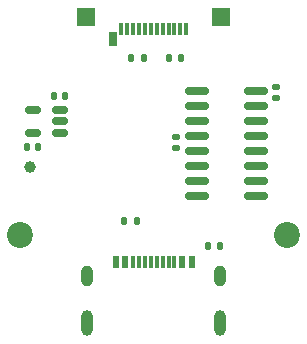
<source format=gbr>
%TF.GenerationSoftware,KiCad,Pcbnew,8.0.3*%
%TF.CreationDate,2024-07-13T10:44:47+10:00*%
%TF.ProjectId,EC Debug,45432044-6562-4756-972e-6b696361645f,rev?*%
%TF.SameCoordinates,Original*%
%TF.FileFunction,Soldermask,Top*%
%TF.FilePolarity,Negative*%
%FSLAX46Y46*%
G04 Gerber Fmt 4.6, Leading zero omitted, Abs format (unit mm)*
G04 Created by KiCad (PCBNEW 8.0.3) date 2024-07-13 10:44:47*
%MOMM*%
%LPD*%
G01*
G04 APERTURE LIST*
G04 Aperture macros list*
%AMRoundRect*
0 Rectangle with rounded corners*
0 $1 Rounding radius*
0 $2 $3 $4 $5 $6 $7 $8 $9 X,Y pos of 4 corners*
0 Add a 4 corners polygon primitive as box body*
4,1,4,$2,$3,$4,$5,$6,$7,$8,$9,$2,$3,0*
0 Add four circle primitives for the rounded corners*
1,1,$1+$1,$2,$3*
1,1,$1+$1,$4,$5*
1,1,$1+$1,$6,$7*
1,1,$1+$1,$8,$9*
0 Add four rect primitives between the rounded corners*
20,1,$1+$1,$2,$3,$4,$5,0*
20,1,$1+$1,$4,$5,$6,$7,0*
20,1,$1+$1,$6,$7,$8,$9,0*
20,1,$1+$1,$8,$9,$2,$3,0*%
G04 Aperture macros list end*
%ADD10O,1.000000X1.800000*%
%ADD11O,1.000000X2.200000*%
%ADD12R,0.600000X1.100000*%
%ADD13R,0.300000X1.100000*%
%ADD14RoundRect,0.135000X-0.135000X-0.185000X0.135000X-0.185000X0.135000X0.185000X-0.135000X0.185000X0*%
%ADD15RoundRect,0.140000X-0.170000X0.140000X-0.170000X-0.140000X0.170000X-0.140000X0.170000X0.140000X0*%
%ADD16R,0.300000X1.000000*%
%ADD17R,0.700000X1.150000*%
%ADD18RoundRect,0.135000X0.135000X0.185000X-0.135000X0.185000X-0.135000X-0.185000X0.135000X-0.185000X0*%
%ADD19C,1.000000*%
%ADD20C,2.200000*%
%ADD21RoundRect,0.150000X0.512500X0.150000X-0.512500X0.150000X-0.512500X-0.150000X0.512500X-0.150000X0*%
%ADD22RoundRect,0.140000X0.140000X0.170000X-0.140000X0.170000X-0.140000X-0.170000X0.140000X-0.170000X0*%
%ADD23RoundRect,0.140000X-0.140000X-0.170000X0.140000X-0.170000X0.140000X0.170000X-0.140000X0.170000X0*%
%ADD24RoundRect,0.150000X-0.825000X-0.150000X0.825000X-0.150000X0.825000X0.150000X-0.825000X0.150000X0*%
%ADD25R,1.500000X1.500000*%
G04 APERTURE END LIST*
D10*
%TO.C,J2*%
X19380000Y21890000D03*
D11*
X19380000Y17890000D03*
D10*
X30620000Y21890000D03*
D11*
X30620000Y17890000D03*
D12*
X21800000Y23050000D03*
X22600000Y23050000D03*
D13*
X23750000Y23050000D03*
X24750000Y23050000D03*
X25250000Y23050000D03*
X26250000Y23050000D03*
D12*
X28200000Y23050000D03*
X27400000Y23050000D03*
D13*
X26750000Y23050000D03*
X25750000Y23050000D03*
X24250000Y23050000D03*
X23250000Y23050000D03*
%TD*%
D14*
%TO.C,R4*%
X23110000Y40330000D03*
X24130000Y40330000D03*
%TD*%
D15*
%TO.C,C2*%
X35335000Y37865000D03*
X35335000Y36905000D03*
%TD*%
D16*
%TO.C,P1*%
X22250000Y42780000D03*
X22750000Y42780000D03*
X23250000Y42780000D03*
X23750000Y42780000D03*
X24250000Y42780000D03*
X24750000Y42780000D03*
X25250000Y42780000D03*
X25750000Y42780000D03*
X26250000Y42780000D03*
X26750000Y42780000D03*
X27250000Y42780000D03*
X27750000Y42780000D03*
D17*
X21580000Y41940000D03*
%TD*%
D14*
%TO.C,R1*%
X22520000Y26550000D03*
X23540000Y26550000D03*
%TD*%
D18*
%TO.C,R3*%
X27300000Y40330000D03*
X26280000Y40330000D03*
%TD*%
D15*
%TO.C,C4*%
X26920000Y33640000D03*
X26920000Y32680000D03*
%TD*%
D19*
%TO.C,TP5*%
X14550000Y31110000D03*
%TD*%
D20*
%TO.C,H1*%
X13700000Y25320000D03*
%TD*%
D21*
%TO.C,U1*%
X17027500Y34000000D03*
X17027500Y34950000D03*
X17027500Y35900000D03*
X14752500Y35900000D03*
X14752500Y34000000D03*
%TD*%
D22*
%TO.C,C1*%
X17510000Y37110000D03*
X16550000Y37110000D03*
%TD*%
D23*
%TO.C,C3*%
X14270000Y32790000D03*
X15230000Y32790000D03*
%TD*%
D24*
%TO.C,U2*%
X28700000Y37540000D03*
X28700000Y36270000D03*
X28700000Y35000000D03*
X28700000Y33730000D03*
X28700000Y32460000D03*
X28700000Y31190000D03*
X28700000Y29920000D03*
X28700000Y28650000D03*
X33650000Y28650000D03*
X33650000Y29920000D03*
X33650000Y31190000D03*
X33650000Y32460000D03*
X33650000Y33730000D03*
X33650000Y35000000D03*
X33650000Y36270000D03*
X33650000Y37540000D03*
%TD*%
D25*
%TO.C,TP1*%
X19300000Y43820000D03*
%TD*%
D20*
%TO.C,H2*%
X36300000Y25320000D03*
%TD*%
D25*
%TO.C,TP3*%
X30700000Y43820000D03*
%TD*%
D18*
%TO.C,R2*%
X30620000Y24380000D03*
X29600000Y24380000D03*
%TD*%
M02*

</source>
